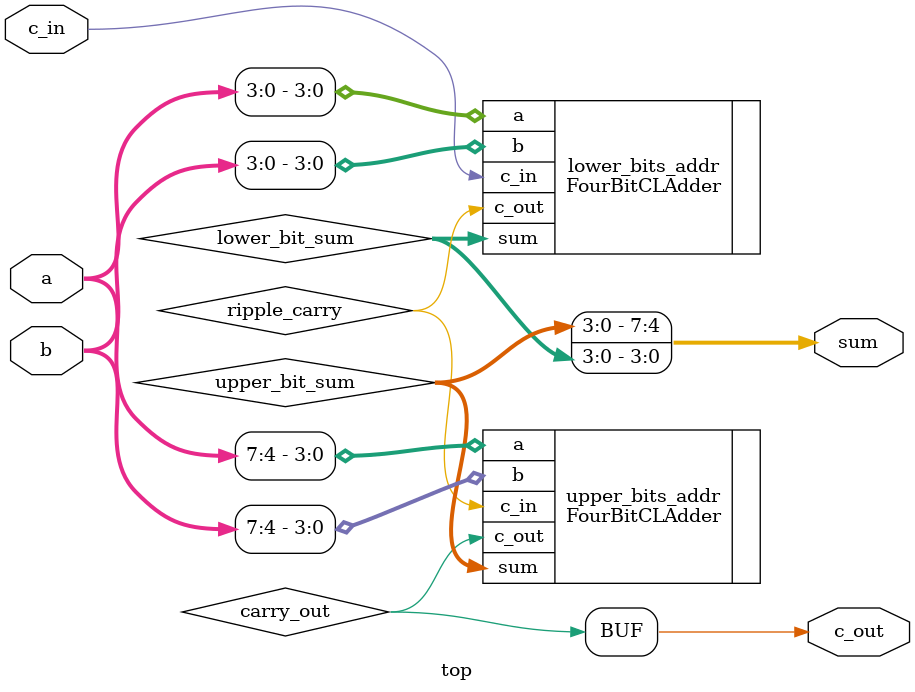
<source format=v>
`timescale 1ns / 1ps


module top(
    input           c_in,
    input   [7:0]   a,
    input   [7:0]   b,
    output  [7:0]   sum,
    output          c_out
);
    wire [3:0] lower_bit_sum;
    wire [3:0] upper_bit_sum;
    wire ripple_carry;
    wire carry_out;
    FourBitCLAdder lower_bits_addr( .c_in(c_in),
                                    .a(a[3:0]),
                                    .b(b[3:0]),
                                    .sum(lower_bit_sum[3:0]),
                                    .c_out(ripple_carry)
                                    );
    FourBitCLAdder upper_bits_addr( .c_in(ripple_carry),
                                    .a(a[7:4]),
                                    .b(b[7:4]),
                                    .sum(upper_bit_sum[3:0]),
                                    .c_out(carry_out)
                                    );
    assign sum[7:0] = {upper_bit_sum[3:0], lower_bit_sum[3:0]};
    //assign sum[8] = carry_out;
    assign c_out = carry_out;
endmodule

</source>
